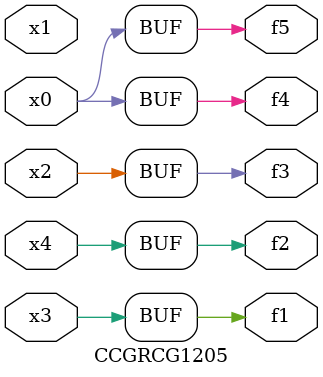
<source format=v>
module CCGRCG1205(
	input x0, x1, x2, x3, x4,
	output f1, f2, f3, f4, f5
);
	assign f1 = x3;
	assign f2 = x4;
	assign f3 = x2;
	assign f4 = x0;
	assign f5 = x0;
endmodule

</source>
